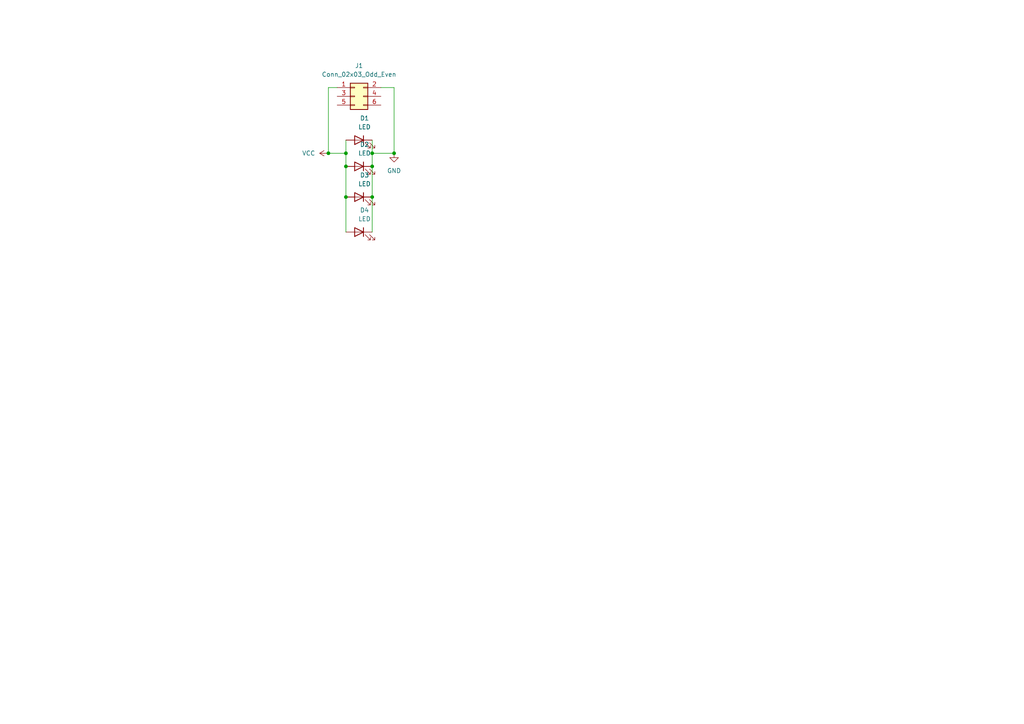
<source format=kicad_sch>
(kicad_sch (version 20231120) (generator "eeschema") (generator_version "8.0")
  (paper "A4")
  (lib_symbols
    (symbol "Connector_Generic:Conn_02x03_Odd_Even" (pin_names (offset 1.016) hide)
      (property "Reference" "J" (at 1.27 5.08 0))
      (property "Value" "Conn_02x03_Odd_Even" (at 1.27 -5.08 0))
      (symbol "Conn_02x03_Odd_Even_1_1"
        (rectangle (start -1.27 -2.413) (end 0 -2.667) (stroke (width 0.1524)))
        (rectangle (start -1.27 0.127) (end 0 -0.127) (stroke (width 0.1524)))
        (rectangle (start -1.27 2.667) (end 0 2.413) (stroke (width 0.1524)))
        (rectangle (start -1.27 3.81) (end 3.81 -3.81) (stroke (width 0.254)) (fill (type background)))
        (rectangle (start 3.81 -2.413) (end 2.54 -2.667) (stroke (width 0.1524)))
        (rectangle (start 3.81 0.127) (end 2.54 -0.127) (stroke (width 0.1524)))
        (rectangle (start 3.81 2.667) (end 2.54 2.413) (stroke (width 0.1524)))
        (pin passive line (at -5.08 2.54 0) (length 3.81) (name "Pin_1") (number "1"))
        (pin passive line (at 7.62 2.54 180) (length 3.81) (name "Pin_2") (number "2"))
        (pin passive line (at -5.08 0 0) (length 3.81) (name "Pin_3") (number "3"))
        (pin passive line (at 7.62 0 180) (length 3.81) (name "Pin_4") (number "4"))
        (pin passive line (at -5.08 -2.54 0) (length 3.81) (name "Pin_5") (number "5"))
        (pin passive line (at 7.62 -2.54 180) (length 3.81) (name "Pin_6") (number "6"))
      )
    )
    (symbol "Device:LED" (pin_numbers hide) (pin_names (offset 1.016) hide)
      (property "Reference" "D" (at 0 2.54 0))
      (property "Value" "LED" (at 0 -2.54 0))
      (symbol "LED_0_1"
        (polyline (pts (xy -1.27 -1.27) (xy -1.27 1.27)) (stroke (width 0.254)))
        (polyline (pts (xy -1.27 0) (xy 1.27 0)))
        (polyline (pts (xy 1.27 -1.27) (xy 1.27 1.27) (xy -1.27 0) (xy 1.27 -1.27)) (stroke (width 0.254)))
        (polyline (pts (xy -3.048 -0.762) (xy -4.572 -2.286) (xy -3.81 -2.286) (xy -4.572 -2.286) (xy -4.572 -1.524)))
        (polyline (pts (xy -1.778 -0.762) (xy -3.302 -2.286) (xy -2.54 -2.286) (xy -3.302 -2.286) (xy -3.302 -1.524)))
      )
      (symbol "LED_1_1"
        (pin passive line (at -3.81 0 0) (length 2.54) (name "K") (number "1"))
        (pin passive line (at 3.81 0 180) (length 2.54) (name "A") (number "2"))
      )
    )
    (symbol "power:GND" (power) (pin_numbers hide) (pin_names (offset 0) hide)
      (property "Value" "GND" (at 0 -3.81 0))
      (symbol "GND_0_1"
        (polyline (pts (xy 0 0) (xy 0 -1.27) (xy 1.27 -1.27) (xy 0 -2.54) (xy -1.27 -1.27) (xy 0 -1.27)))
      )
      (symbol "GND_1_1"
        (pin power_in line (at 0 0 270) (length 0) (name "~") (number "1"))
      )
    )
    (symbol "power:VCC" (power) (pin_numbers hide) (pin_names (offset 0) hide)
      (property "Value" "VCC" (at 0 3.556 0))
      (symbol "VCC_0_1"
        (polyline (pts (xy -0.762 1.27) (xy 0 2.54)))
        (polyline (pts (xy 0 0) (xy 0 2.54)))
        (polyline (pts (xy 0 2.54) (xy 0.762 1.27)))
      )
      (symbol "VCC_1_1"
        (pin power_in line (at 0 0 90) (length 0) (name "~") (number "1"))
      )
    )
  )
  (junction (at 100.33 57.15))
  (junction (at 107.95 57.15))
  (junction (at 100.33 48.26))
  (junction (at 114.3 44.45))
  (junction (at 107.95 48.26))
  (junction (at 95.25 44.45))
  (junction (at 100.33 44.45))
  (junction (at 107.95 44.45))
  (wire (pts (xy 100.33 40.64) (xy 100.33 44.45)))
  (wire (pts (xy 95.25 44.45) (xy 95.25 25.4)))
  (wire (pts (xy 100.33 57.15) (xy 100.33 67.31)))
  (wire (pts (xy 100.33 44.45) (xy 100.33 48.26)))
  (wire (pts (xy 100.33 48.26) (xy 100.33 57.15)))
  (wire (pts (xy 107.95 48.26) (xy 107.95 57.15)))
  (wire (pts (xy 107.95 44.45) (xy 114.3 44.45)))
  (wire (pts (xy 95.25 25.4) (xy 97.79 25.4)))
  (wire (pts (xy 107.95 44.45) (xy 107.95 48.26)))
  (wire (pts (xy 114.3 44.45) (xy 114.3 25.4)))
  (wire (pts (xy 100.33 44.45) (xy 95.25 44.45)))
  (wire (pts (xy 114.3 25.4) (xy 110.49 25.4)))
  (wire (pts (xy 107.95 40.64) (xy 107.95 44.45)))
  (wire (pts (xy 107.95 57.15) (xy 107.95 67.31)))
  (symbol (lib_id "Connector_Generic:Conn_02x03_Odd_Even") (at 102.87 27.94 0) (unit 1)
    (property "Reference" "J1" (at 104.14 19.05 0))
    (property "Value" "Conn_02x03_Odd_Even" (at 104.14 21.59 0))
    (property "Footprint" "Connector_IDC:IDC-Header_2x03_P2.54mm_Vertical" (effects (hide yes)))
    (property "Description" "Generic connector, double row, 02x03, odd/even pin numbering scheme (row 1 odd numbers, row 2 even numbers), script generated (kicad-library-utils/schlib/autogen/connector/)" (effects (hide yes)))
  )
  (symbol (lib_id "power:VCC") (at 95.25 44.45 90) (unit 1)
    (property "Reference" "#PWR02" (effects (hide yes)))
    (property "Value" "VCC" (at 91.44 44.4499 90) (effects (justify left)))
    (property "Description" "Power symbol creates a global label with name \"VCC\"" (effects (hide yes)))
  )
  (symbol (lib_id "Device:LED") (at 104.14 40.64 0) (mirror y) (unit 1)
    (property "Reference" "D1" (at 105.7275 34.29 0))
    (property "Value" "LED" (at 105.7275 36.83 0))
    (property "Footprint" "LED_SMD:LED_1210_3225Metric_Pad1.42x2.65mm_HandSolder" (effects (hide yes)))
    (property "Description" "Light emitting diode" (effects (hide yes)))
  )
  (symbol (lib_id "Device:LED") (at 104.14 48.26 0) (mirror y) (unit 1)
    (property "Reference" "D2" (at 105.7275 41.91 0))
    (property "Value" "LED" (at 105.7275 44.45 0))
    (property "Footprint" "LED_SMD:LED_1210_3225Metric_Pad1.42x2.65mm_HandSolder" (effects (hide yes)))
    (property "Description" "Light emitting diode" (effects (hide yes)))
  )
  (symbol (lib_id "power:GND") (at 114.3 44.45 0) (unit 1)
    (property "Reference" "#PWR01" (effects (hide yes)))
    (property "Value" "GND" (at 114.3 49.53 0))
    (property "Description" "Power symbol creates a global label with name \"GND\" , ground" (effects (hide yes)))
  )
  (symbol (lib_id "Device:LED") (at 104.14 57.15 0) (mirror y) (unit 1)
    (property "Reference" "D3" (at 105.7275 50.8 0))
    (property "Value" "LED" (at 105.7275 53.34 0))
    (property "Footprint" "LED_SMD:LED_1210_3225Metric_Pad1.42x2.65mm_HandSolder" (effects (hide yes)))
    (property "Description" "Light emitting diode" (effects (hide yes)))
  )
  (symbol (lib_id "Device:LED") (at 104.14 67.31 0) (mirror y) (unit 1)
    (property "Reference" "D4" (at 105.7275 60.96 0))
    (property "Value" "LED" (at 105.7275 63.5 0))
    (property "Footprint" "LED_SMD:LED_1210_3225Metric_Pad1.42x2.65mm_HandSolder" (effects (hide yes)))
    (property "Description" "Light emitting diode" (effects (hide yes)))
  )
)
</source>
